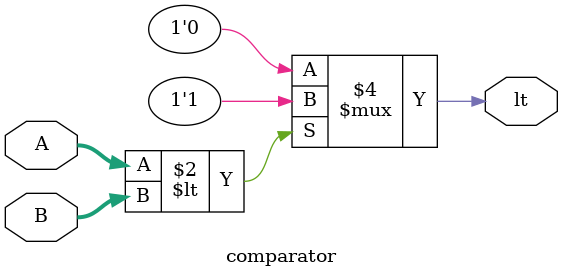
<source format=v>
module comparator(input [3:0] A,B,
	output reg lt
    );

always@(*)begin 
if(A<B) lt=1; 
else lt=0;
end

endmodule

</source>
